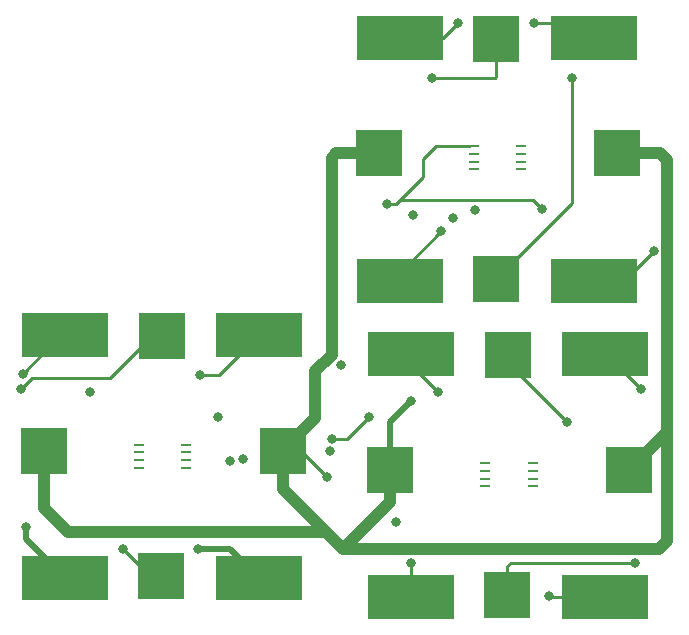
<source format=gbr>
%TF.GenerationSoftware,KiCad,Pcbnew,(5.1.12)-1*%
%TF.CreationDate,2022-11-07T03:47:31-06:00*%
%TF.ProjectId,perovskite_contact_board,7065726f-7673-46b6-9974-655f636f6e74,rev?*%
%TF.SameCoordinates,Original*%
%TF.FileFunction,Copper,L1,Top*%
%TF.FilePolarity,Positive*%
%FSLAX46Y46*%
G04 Gerber Fmt 4.6, Leading zero omitted, Abs format (unit mm)*
G04 Created by KiCad (PCBNEW (5.1.12)-1) date 2022-11-07 03:47:31*
%MOMM*%
%LPD*%
G01*
G04 APERTURE LIST*
%TA.AperFunction,ComponentPad*%
%ADD10O,1.000000X0.250000*%
%TD*%
%TA.AperFunction,SMDPad,CuDef*%
%ADD11R,7.400000X3.800000*%
%TD*%
%TA.AperFunction,SMDPad,CuDef*%
%ADD12R,4.000000X4.000000*%
%TD*%
%TA.AperFunction,ViaPad*%
%ADD13C,0.800000*%
%TD*%
%TA.AperFunction,Conductor*%
%ADD14C,0.250000*%
%TD*%
%TA.AperFunction,Conductor*%
%ADD15C,0.500000*%
%TD*%
%TA.AperFunction,Conductor*%
%ADD16C,1.000000*%
%TD*%
G04 APERTURE END LIST*
D10*
%TO.P,U6,4*%
%TO.N,GND*%
X211050120Y-58744760D03*
%TO.P,U6,5*%
%TO.N,Vdd*%
X215050120Y-58744760D03*
%TO.P,U6,3*%
%TO.N,Alert3*%
X211050120Y-58094760D03*
%TO.P,U6,6*%
%TO.N,GND*%
X215050120Y-58094760D03*
%TO.P,U6,2*%
%TO.N,SCL*%
X211050120Y-57444760D03*
%TO.P,U6,7*%
%TO.N,GND*%
X215050120Y-57444760D03*
%TO.P,U6,1*%
%TO.N,SDA*%
X211050120Y-56794760D03*
%TO.P,U6,8*%
%TO.N,Vdd*%
X215050120Y-56794760D03*
%TD*%
%TO.P,U5,4*%
%TO.N,GND*%
X212030560Y-85597640D03*
%TO.P,U5,5*%
X216030560Y-85597640D03*
%TO.P,U5,3*%
%TO.N,Alert2*%
X212030560Y-84947640D03*
%TO.P,U5,6*%
%TO.N,Vdd*%
X216030560Y-84947640D03*
%TO.P,U5,2*%
%TO.N,SCL*%
X212030560Y-84297640D03*
%TO.P,U5,7*%
%TO.N,GND*%
X216030560Y-84297640D03*
%TO.P,U5,1*%
%TO.N,SDA*%
X212030560Y-83647640D03*
%TO.P,U5,8*%
%TO.N,Vdd*%
X216030560Y-83647640D03*
%TD*%
%TO.P,U4,4*%
%TO.N,GND*%
X186698640Y-82062680D03*
%TO.P,U4,5*%
X182698640Y-82062680D03*
%TO.P,U4,3*%
%TO.N,Alert1*%
X186698640Y-82712680D03*
%TO.P,U4,6*%
%TO.N,GND*%
X182698640Y-82712680D03*
%TO.P,U4,2*%
%TO.N,SCL*%
X186698640Y-83362680D03*
%TO.P,U4,7*%
%TO.N,Vdd*%
X182698640Y-83362680D03*
%TO.P,U4,1*%
%TO.N,SDA*%
X186698640Y-84012680D03*
%TO.P,U4,8*%
%TO.N,Vdd*%
X182698640Y-84012680D03*
%TD*%
D11*
%TO.P,U1,1*%
%TO.N,1*%
X176413720Y-72795720D03*
%TO.P,U1,3*%
%TO.N,3*%
X192863720Y-72795720D03*
%TO.P,U1,4*%
%TO.N,4*%
X192863720Y-93395720D03*
%TO.P,U1,6*%
%TO.N,6*%
X176413720Y-93395720D03*
D12*
%TO.P,U1,2*%
%TO.N,2*%
X184613720Y-72895720D03*
%TO.P,U1,5*%
%TO.N,5*%
X184563720Y-93195720D03*
%TO.P,U1,7*%
%TO.N,CP*%
X174663720Y-82595720D03*
X194863720Y-82595720D03*
%TD*%
D11*
%TO.P,U2,1*%
%TO.N,7*%
X205740560Y-74401000D03*
%TO.P,U2,3*%
%TO.N,9*%
X222190560Y-74401000D03*
%TO.P,U2,4*%
%TO.N,10*%
X222190560Y-95001000D03*
%TO.P,U2,6*%
%TO.N,12*%
X205740560Y-95001000D03*
D12*
%TO.P,U2,2*%
%TO.N,8*%
X213940560Y-74501000D03*
%TO.P,U2,5*%
%TO.N,11*%
X213890560Y-94801000D03*
%TO.P,U2,7*%
%TO.N,CP*%
X203990560Y-84201000D03*
X224190560Y-84201000D03*
%TD*%
%TO.P,U3,7*%
%TO.N,CP*%
X223206960Y-57404000D03*
X203006960Y-57404000D03*
%TO.P,U3,5*%
%TO.N,17*%
X212906960Y-68004000D03*
%TO.P,U3,2*%
%TO.N,14*%
X212956960Y-47704000D03*
D11*
%TO.P,U3,6*%
%TO.N,18*%
X204756960Y-68204000D03*
%TO.P,U3,4*%
%TO.N,16*%
X221206960Y-68204000D03*
%TO.P,U3,3*%
%TO.N,15*%
X221206960Y-47604000D03*
%TO.P,U3,1*%
%TO.N,13*%
X204756960Y-47604000D03*
%TD*%
D13*
%TO.N,SDA*%
X202194160Y-79705200D03*
X198998840Y-81594960D03*
X216789000Y-62103000D03*
X203708000Y-61722000D03*
%TO.N,GND*%
X189357000Y-79756000D03*
X204470000Y-88646000D03*
X209296000Y-62865000D03*
%TO.N,Vdd*%
X199811640Y-75280520D03*
X191516000Y-83312000D03*
X198859120Y-82585153D03*
X211178140Y-62202060D03*
%TO.N,Alert1*%
X190373000Y-83439000D03*
%TO.N,Alert3*%
X205867000Y-62611000D03*
%TO.N,1*%
X172847000Y-76073000D03*
%TO.N,2*%
X172720000Y-77343000D03*
%TO.N,3*%
X187833000Y-76200000D03*
%TO.N,4*%
X187706000Y-90932000D03*
%TO.N,5*%
X181356000Y-90932000D03*
X178562000Y-77597000D03*
%TO.N,6*%
X173101000Y-89027000D03*
%TO.N,7*%
X208026000Y-77597000D03*
%TO.N,8*%
X218948000Y-80137000D03*
%TO.N,9*%
X225171000Y-77343000D03*
%TO.N,10*%
X217424000Y-94869000D03*
%TO.N,11*%
X224663000Y-92075000D03*
%TO.N,12*%
X205740000Y-92075000D03*
%TO.N,13*%
X209677000Y-46355000D03*
%TO.N,14*%
X207518000Y-51054000D03*
%TO.N,15*%
X216154000Y-46355000D03*
%TO.N,16*%
X226311280Y-65659000D03*
%TO.N,17*%
X219329000Y-51054000D03*
%TO.N,18*%
X208280000Y-64008000D03*
%TO.N,CP*%
X227411280Y-67101720D03*
X205740000Y-78359000D03*
X198628000Y-84836000D03*
%TD*%
D14*
%TO.N,SDA*%
X200304400Y-81594960D02*
X198998840Y-81594960D01*
X202194160Y-79705200D02*
X200304400Y-81594960D01*
X206756000Y-59436000D02*
X204470000Y-61722000D01*
X204470000Y-61722000D02*
X203708000Y-61722000D01*
X206756000Y-57912000D02*
X206756000Y-59436000D01*
X207873240Y-56794760D02*
X206756000Y-57912000D01*
X210690740Y-56794760D02*
X207873240Y-56794760D01*
X204470000Y-61722000D02*
X204851000Y-61341000D01*
X216027000Y-61341000D02*
X216789000Y-62103000D01*
X204851000Y-61341000D02*
X216027000Y-61341000D01*
%TO.N,1*%
X176124280Y-72795720D02*
X176413720Y-72795720D01*
X172847000Y-76073000D02*
X176124280Y-72795720D01*
%TO.N,2*%
X184613720Y-72895720D02*
X183771280Y-72895720D01*
X183771280Y-72895720D02*
X180213000Y-76454000D01*
X173609000Y-76454000D02*
X172720000Y-77343000D01*
X180213000Y-76454000D02*
X173609000Y-76454000D01*
%TO.N,3*%
X189459440Y-76200000D02*
X192863720Y-72795720D01*
X187833000Y-76200000D02*
X189459440Y-76200000D01*
D15*
%TO.N,4*%
X190400000Y-90932000D02*
X192863720Y-93395720D01*
X187706000Y-90932000D02*
X190400000Y-90932000D01*
D14*
%TO.N,5*%
X183619720Y-93195720D02*
X181356000Y-90932000D01*
X184563720Y-93195720D02*
X183619720Y-93195720D01*
D15*
%TO.N,6*%
X173101000Y-90083000D02*
X176413720Y-93395720D01*
X173101000Y-89027000D02*
X173101000Y-90083000D01*
D14*
%TO.N,7*%
X205740560Y-75311560D02*
X205740560Y-74401000D01*
X208026000Y-77597000D02*
X205740560Y-75311560D01*
%TO.N,8*%
X213940560Y-75129560D02*
X218948000Y-80137000D01*
X213940560Y-74501000D02*
X213940560Y-75129560D01*
%TO.N,9*%
X222229000Y-74401000D02*
X222190560Y-74401000D01*
X225171000Y-77343000D02*
X222229000Y-74401000D01*
%TO.N,10*%
X222058560Y-94869000D02*
X222190560Y-95001000D01*
X217556000Y-95001000D02*
X217424000Y-94869000D01*
X222190560Y-95001000D02*
X217556000Y-95001000D01*
%TO.N,11*%
X213890560Y-94801000D02*
X213890560Y-92351560D01*
X214167120Y-92075000D02*
X224663000Y-92075000D01*
X213890560Y-92351560D02*
X214167120Y-92075000D01*
%TO.N,12*%
X205740000Y-95000440D02*
X205740560Y-95001000D01*
X205740000Y-92075000D02*
X205740000Y-95000440D01*
%TO.N,13*%
X208428000Y-47604000D02*
X204756960Y-47604000D01*
X209677000Y-46355000D02*
X208428000Y-47604000D01*
%TO.N,14*%
X212956960Y-47704000D02*
X212956960Y-50949040D01*
X212852000Y-51054000D02*
X207518000Y-51054000D01*
X212956960Y-50949040D02*
X212852000Y-51054000D01*
%TO.N,15*%
X219957960Y-46355000D02*
X221206960Y-47604000D01*
X216154000Y-46355000D02*
X219957960Y-46355000D01*
%TO.N,16*%
X223766280Y-68204000D02*
X221206960Y-68204000D01*
X226311280Y-65659000D02*
X223766280Y-68204000D01*
%TO.N,17*%
X219329000Y-61581960D02*
X212906960Y-68004000D01*
X219329000Y-51054000D02*
X219329000Y-61581960D01*
%TO.N,18*%
X204756960Y-67531040D02*
X204756960Y-68204000D01*
X208280000Y-64008000D02*
X204756960Y-67531040D01*
D16*
%TO.N,CP*%
X174663720Y-82595720D02*
X174663720Y-84148280D01*
X174663720Y-82595720D02*
X174663720Y-87414720D01*
X174663720Y-87414720D02*
X176707800Y-89458800D01*
X223206960Y-57404000D02*
X226832160Y-57404000D01*
X226832160Y-57404000D02*
X227411280Y-57983120D01*
X227411280Y-80980280D02*
X224190560Y-84201000D01*
X203006960Y-57404000D02*
X203006960Y-56194960D01*
X227411280Y-67101720D02*
X227411280Y-80980280D01*
X227411280Y-57983120D02*
X227411280Y-67101720D01*
X203006960Y-57404000D02*
X201549000Y-57404000D01*
X203006960Y-57404000D02*
X199390000Y-57404000D01*
X199390000Y-57404000D02*
X199009000Y-57785000D01*
X199009000Y-74455158D02*
X197612000Y-75852158D01*
X199009000Y-57785000D02*
X199009000Y-74455158D01*
X197612000Y-79847440D02*
X194863720Y-82595720D01*
X197612000Y-75852158D02*
X197612000Y-79847440D01*
D15*
X203990560Y-80108440D02*
X203990560Y-84201000D01*
X205740000Y-78359000D02*
X203990560Y-80108440D01*
D16*
X194863720Y-85796120D02*
X194863720Y-82595720D01*
X226695000Y-90932000D02*
X199999600Y-90932000D01*
X227411280Y-90215720D02*
X226695000Y-90932000D01*
X227411280Y-80980280D02*
X227411280Y-90215720D01*
X203990560Y-84201000D02*
X203990560Y-86941040D01*
X203990560Y-86941040D02*
X199999600Y-90932000D01*
X198526400Y-89458800D02*
X198551800Y-89484200D01*
X176707800Y-89458800D02*
X198526400Y-89458800D01*
X198551800Y-89484200D02*
X194863720Y-85796120D01*
X199999600Y-90932000D02*
X198551800Y-89484200D01*
D14*
X196387720Y-82595720D02*
X194863720Y-82595720D01*
X198628000Y-84836000D02*
X196387720Y-82595720D01*
%TD*%
M02*

</source>
